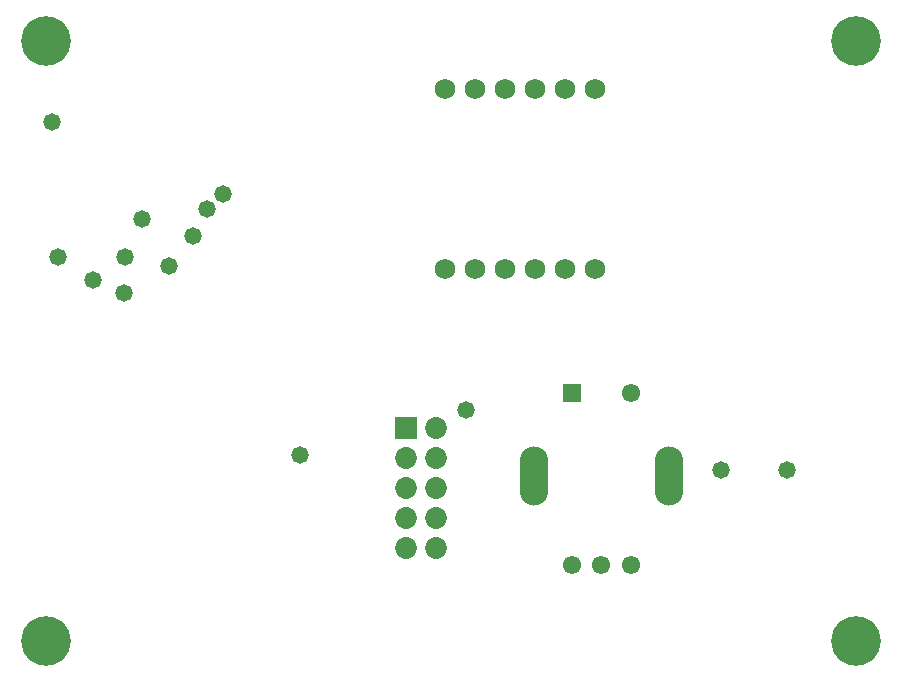
<source format=gbs>
G04*
G04 #@! TF.GenerationSoftware,Altium Limited,Altium Designer,23.2.1 (34)*
G04*
G04 Layer_Color=16711935*
%FSLAX44Y44*%
%MOMM*%
G71*
G04*
G04 #@! TF.SameCoordinates,4E9E20A5-CFB6-4988-ACB7-F8E89E2D747F*
G04*
G04*
G04 #@! TF.FilePolarity,Negative*
G04*
G01*
G75*
%ADD18R,1.8532X1.8532*%
%ADD19C,1.8532*%
%ADD20C,1.7272*%
%ADD21R,1.5500X1.5500*%
%ADD22C,1.5500*%
G04:AMPARAMS|DCode=23|XSize=2.4mm|YSize=5mm|CornerRadius=1.2mm|HoleSize=0mm|Usage=FLASHONLY|Rotation=0.000|XOffset=0mm|YOffset=0mm|HoleType=Round|Shape=RoundedRectangle|*
%AMROUNDEDRECTD23*
21,1,2.4000,2.6000,0,0,0.0*
21,1,0.0000,5.0000,0,0,0.0*
1,1,2.4000,0.0000,-1.3000*
1,1,2.4000,0.0000,-1.3000*
1,1,2.4000,0.0000,1.3000*
1,1,2.4000,0.0000,1.3000*
%
%ADD23ROUNDEDRECTD23*%
%ADD24C,4.2032*%
%ADD25C,1.4732*%
D18*
X330200Y205740D02*
D03*
D19*
X355600D02*
D03*
X330200Y180340D02*
D03*
X355600D02*
D03*
X330200Y154940D02*
D03*
X355600D02*
D03*
X330200Y129540D02*
D03*
X355600D02*
D03*
X330200Y104140D02*
D03*
X355600D02*
D03*
D20*
X363220Y492760D02*
D03*
X388620D02*
D03*
X414020D02*
D03*
X439420D02*
D03*
X464820D02*
D03*
X490220D02*
D03*
Y340360D02*
D03*
X464820D02*
D03*
X439420D02*
D03*
X414020D02*
D03*
X388620D02*
D03*
X363220D02*
D03*
D21*
X470300Y235100D02*
D03*
D22*
X520300D02*
D03*
X470300Y90100D02*
D03*
X495300D02*
D03*
X520300D02*
D03*
D23*
X438300Y165100D02*
D03*
X552300D02*
D03*
D24*
X25400Y25400D02*
D03*
X711200D02*
D03*
Y533400D02*
D03*
X25400D02*
D03*
D25*
X596900Y170180D02*
D03*
X652780D02*
D03*
X35560Y350520D02*
D03*
X65278Y331216D02*
D03*
X149860Y368300D02*
D03*
X129540Y342900D02*
D03*
X30480Y464820D02*
D03*
X175260Y403860D02*
D03*
X380492Y220980D02*
D03*
X161036Y391160D02*
D03*
X90932Y319786D02*
D03*
X106172Y383032D02*
D03*
X92202Y350520D02*
D03*
X240284Y183134D02*
D03*
M02*

</source>
